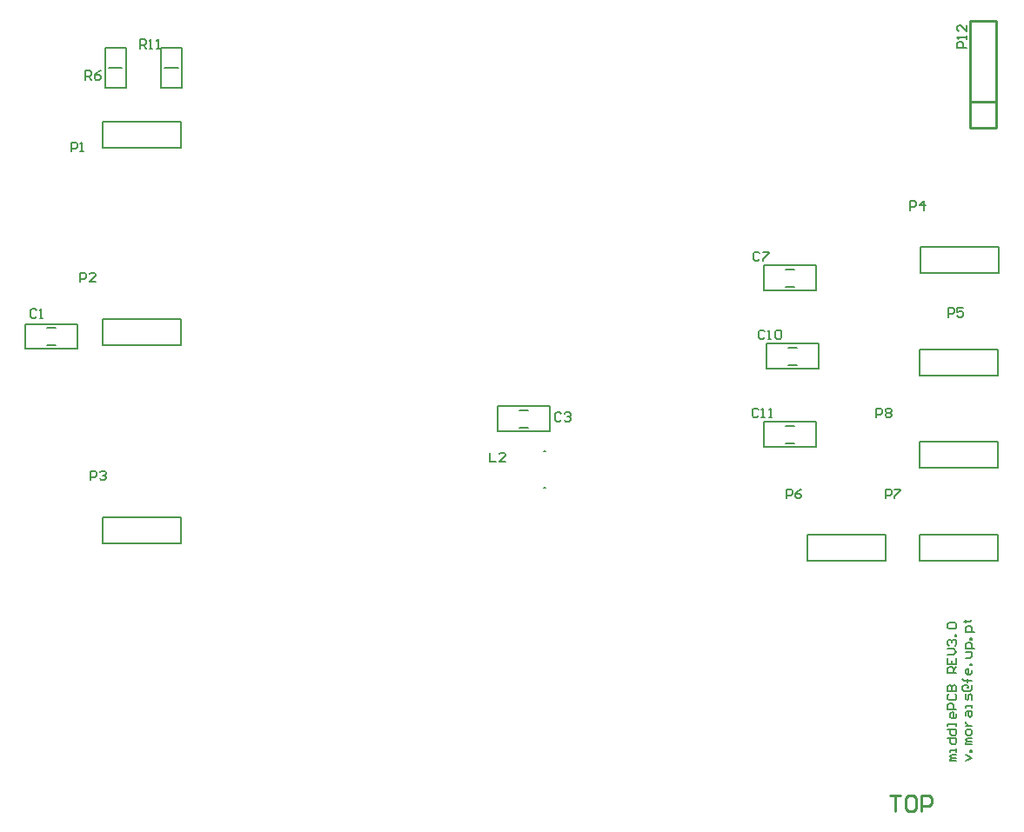
<source format=gbr>
G04 Layer_Color=65535*
%FSLAX25Y25*%
%MOIN*%
%TF.FileFunction,Legend,Top*%
%TF.Part,Single*%
G01*
G75*
%TA.AperFunction,NonConductor*%
%ADD54C,0.00787*%
%ADD55C,0.00500*%
%ADD56C,0.01000*%
%ADD57C,0.00700*%
D54*
X24025Y158454D02*
X27175D01*
X24025Y165146D02*
X27175D01*
X205025Y126953D02*
X208175D01*
X205025Y133647D02*
X208175D01*
X307025Y187615D02*
X310175D01*
X307025Y180922D02*
X310175D01*
X308025Y157647D02*
X311175D01*
X308025Y150953D02*
X311175D01*
X307025Y127647D02*
X310175D01*
X307025Y120954D02*
X310175D01*
X214403Y103772D02*
X214797D01*
X214403Y117828D02*
X214797D01*
X75100Y234300D02*
Y244300D01*
X45100Y234300D02*
X75100D01*
X45100D02*
Y244300D01*
X75100D01*
Y158350D02*
Y168350D01*
X45100Y158350D02*
X75100D01*
X45100D02*
Y168350D01*
X75100D01*
Y82400D02*
Y92400D01*
X45100Y82400D02*
X75100D01*
X45100D02*
Y92400D01*
X75100D01*
X388700Y186300D02*
Y196300D01*
X358700Y186300D02*
X388700D01*
X358700D02*
Y196300D01*
X388700D01*
X358100Y146800D02*
Y156800D01*
X388100D01*
Y146800D02*
Y156800D01*
X358100Y146800D02*
X388100D01*
X345100Y75800D02*
Y85800D01*
X315100Y75800D02*
X345100D01*
X315100D02*
Y85800D01*
X345100D01*
X388100Y75800D02*
Y85800D01*
X358100Y75800D02*
X388100D01*
X358100D02*
Y85800D01*
X388100D01*
Y111341D02*
Y121341D01*
X358100Y111341D02*
X388100D01*
X358100D02*
Y121341D01*
X388100D01*
X47541Y264800D02*
X52659D01*
X69041D02*
X74159D01*
D55*
X15502Y157017D02*
Y166583D01*
X35698D01*
Y157017D02*
Y166583D01*
X15502Y157017D02*
X35698D01*
X196502Y125516D02*
Y135083D01*
X216698D01*
Y125516D02*
Y135083D01*
X196502Y125516D02*
X216698D01*
X318698Y179485D02*
Y189052D01*
X298502Y179485D02*
X318698D01*
X298502D02*
Y189052D01*
X318698D01*
X319698Y149516D02*
Y159083D01*
X299502Y149516D02*
X319698D01*
X299502D02*
Y159083D01*
X319698D01*
X318698Y119517D02*
Y129084D01*
X298502Y119517D02*
X318698D01*
X298502D02*
Y129084D01*
X318698D01*
X46104Y272536D02*
X54096D01*
X46104Y257064D02*
Y272536D01*
Y257064D02*
X54096D01*
Y272536D01*
X67604D02*
X75596D01*
X67604Y257064D02*
Y272536D01*
Y257064D02*
X75596D01*
Y272536D01*
D56*
X377600Y241900D02*
X382600D01*
X377600D02*
Y251900D01*
X387600D02*
Y282900D01*
X377600D02*
X387600D01*
X377600Y251900D02*
Y282900D01*
Y251900D02*
X387600D01*
Y241900D02*
Y251900D01*
X382600Y241900D02*
X387600D01*
X346973Y-14076D02*
X350972D01*
X348973D01*
Y-20074D01*
X355970Y-14076D02*
X353971D01*
X352971Y-15076D01*
Y-19074D01*
X353971Y-20074D01*
X355970D01*
X356970Y-19074D01*
Y-15076D01*
X355970Y-14076D01*
X358969Y-20074D02*
Y-14076D01*
X361968D01*
X362968Y-15076D01*
Y-17075D01*
X361968Y-18075D01*
X358969D01*
D57*
X372355Y-1000D02*
X370023D01*
Y-417D01*
X370606Y166D01*
X372355D01*
X370606D01*
X370023Y749D01*
X370606Y1333D01*
X372355D01*
Y2499D02*
Y3665D01*
Y3082D01*
X370023D01*
Y2499D01*
X368856Y7747D02*
X372355D01*
Y5998D01*
X371772Y5415D01*
X370606D01*
X370023Y5998D01*
Y7747D01*
X368856Y11246D02*
X372355D01*
Y9497D01*
X371772Y8913D01*
X370606D01*
X370023Y9497D01*
Y11246D01*
X372355Y12412D02*
Y13579D01*
Y12995D01*
X368856D01*
Y12412D01*
X372355Y17077D02*
Y15911D01*
X371772Y15328D01*
X370606D01*
X370023Y15911D01*
Y17077D01*
X370606Y17661D01*
X371189D01*
Y15328D01*
X372355Y18827D02*
X368856D01*
Y20576D01*
X369439Y21159D01*
X370606D01*
X371189Y20576D01*
Y18827D01*
X369439Y24658D02*
X368856Y24075D01*
Y22909D01*
X369439Y22326D01*
X371772D01*
X372355Y22909D01*
Y24075D01*
X371772Y24658D01*
X368856Y25825D02*
X372355D01*
Y27574D01*
X371772Y28157D01*
X371189D01*
X370606Y27574D01*
Y25825D01*
Y27574D01*
X370023Y28157D01*
X369439D01*
X368856Y27574D01*
Y25825D01*
X372355Y32822D02*
X368856D01*
Y34572D01*
X369439Y35155D01*
X370606D01*
X371189Y34572D01*
Y32822D01*
Y33989D02*
X372355Y35155D01*
X368856Y38654D02*
Y36321D01*
X372355D01*
Y38654D01*
X370606Y36321D02*
Y37488D01*
X368856Y39820D02*
X371189D01*
X372355Y40986D01*
X371189Y42153D01*
X368856D01*
X369439Y43319D02*
X368856Y43902D01*
Y45068D01*
X369439Y45652D01*
X370023D01*
X370606Y45068D01*
Y44485D01*
Y45068D01*
X371189Y45652D01*
X371772D01*
X372355Y45068D01*
Y43902D01*
X371772Y43319D01*
X372355Y46818D02*
X371772D01*
Y47401D01*
X372355D01*
Y46818D01*
X369439Y49734D02*
X368856Y50317D01*
Y51483D01*
X369439Y52066D01*
X371772D01*
X372355Y51483D01*
Y50317D01*
X371772Y49734D01*
X369439D01*
X375901Y-1000D02*
X378234Y166D01*
X375901Y1333D01*
X378234Y2499D02*
X377651D01*
Y3082D01*
X378234D01*
Y2499D01*
Y5415D02*
X375901D01*
Y5998D01*
X376484Y6581D01*
X378234D01*
X376484D01*
X375901Y7164D01*
X376484Y7747D01*
X378234D01*
Y9497D02*
Y10663D01*
X377651Y11246D01*
X376484D01*
X375901Y10663D01*
Y9497D01*
X376484Y8913D01*
X377651D01*
X378234Y9497D01*
X375901Y12412D02*
X378234D01*
X377067D01*
X376484Y12995D01*
X375901Y13579D01*
Y14162D01*
Y16494D02*
Y17661D01*
X376484Y18244D01*
X378234D01*
Y16494D01*
X377651Y15911D01*
X377067Y16494D01*
Y18244D01*
X378234Y19410D02*
Y20576D01*
Y19993D01*
X375901D01*
Y19410D01*
X378234Y22326D02*
Y24075D01*
X377651Y24658D01*
X377067Y24075D01*
Y22909D01*
X376484Y22326D01*
X375901Y22909D01*
Y24658D01*
X377067Y27574D02*
X376484D01*
Y26991D01*
X377067D01*
Y27574D01*
X376484Y28157D01*
X375318D01*
X374735Y27574D01*
Y26408D01*
X375318Y25825D01*
X377651D01*
X378234Y26408D01*
Y28157D01*
Y29907D02*
X375318D01*
X376484D01*
Y29324D01*
Y30490D01*
Y29907D01*
X375318D01*
X374735Y30490D01*
X378234Y33989D02*
Y32822D01*
X377651Y32239D01*
X376484D01*
X375901Y32822D01*
Y33989D01*
X376484Y34572D01*
X377067D01*
Y32239D01*
X378234Y35738D02*
X377651D01*
Y36321D01*
X378234D01*
Y35738D01*
X375901Y38654D02*
X377651D01*
X378234Y39237D01*
Y40986D01*
X375901D01*
X379400Y42153D02*
X375901D01*
Y43902D01*
X376484Y44485D01*
X377651D01*
X378234Y43902D01*
Y42153D01*
Y45652D02*
X377651D01*
Y46235D01*
X378234D01*
Y45652D01*
X379400Y48567D02*
X375901D01*
Y50317D01*
X376484Y50900D01*
X377651D01*
X378234Y50317D01*
Y48567D01*
X375318Y52649D02*
X375901D01*
Y52066D01*
Y53233D01*
Y52649D01*
X377651D01*
X378234Y53233D01*
X376100Y272400D02*
X372601D01*
Y274149D01*
X373184Y274733D01*
X374351D01*
X374934Y274149D01*
Y272400D01*
X376100Y275899D02*
Y277065D01*
Y276482D01*
X372601D01*
X373184Y275899D01*
X376100Y281147D02*
Y278815D01*
X373767Y281147D01*
X373184D01*
X372601Y280564D01*
Y279398D01*
X373184Y278815D01*
X296433Y133716D02*
X295849Y134299D01*
X294683D01*
X294100Y133716D01*
Y131383D01*
X294683Y130800D01*
X295849D01*
X296433Y131383D01*
X297599Y130800D02*
X298765D01*
X298182D01*
Y134299D01*
X297599Y133716D01*
X300515Y130800D02*
X301681D01*
X301098D01*
Y134299D01*
X300515Y133716D01*
X298933Y163716D02*
X298349Y164299D01*
X297183D01*
X296600Y163716D01*
Y161383D01*
X297183Y160800D01*
X298349D01*
X298933Y161383D01*
X300099Y160800D02*
X301265D01*
X300682D01*
Y164299D01*
X300099Y163716D01*
X303015D02*
X303598Y164299D01*
X304764D01*
X305347Y163716D01*
Y161383D01*
X304764Y160800D01*
X303598D01*
X303015Y161383D01*
Y163716D01*
X296933Y193716D02*
X296349Y194299D01*
X295183D01*
X294600Y193716D01*
Y191383D01*
X295183Y190800D01*
X296349D01*
X296933Y191383D01*
X298099Y194299D02*
X300431D01*
Y193716D01*
X298099Y191383D01*
Y190800D01*
X193600Y117299D02*
Y113800D01*
X195933D01*
X199431D02*
X197099D01*
X199431Y116133D01*
Y116716D01*
X198848Y117299D01*
X197682D01*
X197099Y116716D01*
X220933Y132216D02*
X220349Y132799D01*
X219183D01*
X218600Y132216D01*
Y129883D01*
X219183Y129300D01*
X220349D01*
X220933Y129883D01*
X222099Y132216D02*
X222682Y132799D01*
X223848D01*
X224431Y132216D01*
Y131633D01*
X223848Y131049D01*
X223265D01*
X223848D01*
X224431Y130466D01*
Y129883D01*
X223848Y129300D01*
X222682D01*
X222099Y129883D01*
X354600Y210300D02*
Y213799D01*
X356349D01*
X356933Y213216D01*
Y212049D01*
X356349Y211466D01*
X354600D01*
X359848Y210300D02*
Y213799D01*
X358099Y212049D01*
X360431D01*
X40600Y106800D02*
Y110299D01*
X42349D01*
X42933Y109716D01*
Y108549D01*
X42349Y107966D01*
X40600D01*
X44099Y109716D02*
X44682Y110299D01*
X45848D01*
X46431Y109716D01*
Y109133D01*
X45848Y108549D01*
X45265D01*
X45848D01*
X46431Y107966D01*
Y107383D01*
X45848Y106800D01*
X44682D01*
X44099Y107383D01*
X36600Y182800D02*
Y186299D01*
X38349D01*
X38933Y185716D01*
Y184549D01*
X38349Y183966D01*
X36600D01*
X42432Y182800D02*
X40099D01*
X42432Y185133D01*
Y185716D01*
X41848Y186299D01*
X40682D01*
X40099Y185716D01*
X33100Y232800D02*
Y236299D01*
X34849D01*
X35433Y235716D01*
Y234549D01*
X34849Y233966D01*
X33100D01*
X36599Y232800D02*
X37765D01*
X37182D01*
Y236299D01*
X36599Y235716D01*
X369100Y169300D02*
Y172799D01*
X370849D01*
X371433Y172216D01*
Y171049D01*
X370849Y170466D01*
X369100D01*
X374931Y172799D02*
X372599D01*
Y171049D01*
X373765Y171633D01*
X374348D01*
X374931Y171049D01*
Y169883D01*
X374348Y169300D01*
X373182D01*
X372599Y169883D01*
X345100Y99800D02*
Y103299D01*
X346849D01*
X347433Y102716D01*
Y101549D01*
X346849Y100966D01*
X345100D01*
X348599Y103299D02*
X350931D01*
Y102716D01*
X348599Y100383D01*
Y99800D01*
X341600Y130800D02*
Y134299D01*
X343349D01*
X343933Y133716D01*
Y132549D01*
X343349Y131966D01*
X341600D01*
X345099Y133716D02*
X345682Y134299D01*
X346848D01*
X347431Y133716D01*
Y133133D01*
X346848Y132549D01*
X347431Y131966D01*
Y131383D01*
X346848Y130800D01*
X345682D01*
X345099Y131383D01*
Y131966D01*
X345682Y132549D01*
X345099Y133133D01*
Y133716D01*
X345682Y132549D02*
X346848D01*
X307100Y99800D02*
Y103299D01*
X308849D01*
X309433Y102716D01*
Y101549D01*
X308849Y100966D01*
X307100D01*
X312931Y103299D02*
X311765Y102716D01*
X310599Y101549D01*
Y100383D01*
X311182Y99800D01*
X312348D01*
X312931Y100383D01*
Y100966D01*
X312348Y101549D01*
X310599D01*
X19932Y171767D02*
X19349Y172350D01*
X18183D01*
X17600Y171767D01*
Y169434D01*
X18183Y168851D01*
X19349D01*
X19932Y169434D01*
X21099Y168851D02*
X22265D01*
X21682D01*
Y172350D01*
X21099Y171767D01*
X38600Y260300D02*
Y263799D01*
X40349D01*
X40933Y263216D01*
Y262049D01*
X40349Y261466D01*
X38600D01*
X39766D02*
X40933Y260300D01*
X44431Y263799D02*
X43265Y263216D01*
X42099Y262049D01*
Y260883D01*
X42682Y260300D01*
X43848D01*
X44431Y260883D01*
Y261466D01*
X43848Y262049D01*
X42099D01*
X59600Y272300D02*
Y275799D01*
X61349D01*
X61933Y275216D01*
Y274049D01*
X61349Y273466D01*
X59600D01*
X60766D02*
X61933Y272300D01*
X63099D02*
X64265D01*
X63682D01*
Y275799D01*
X63099Y275216D01*
X66015Y272300D02*
X67181D01*
X66598D01*
Y275799D01*
X66015Y275216D01*
%TF.MD5,b272dd7c584b9004e19a2942d4d8d229*%
M02*

</source>
